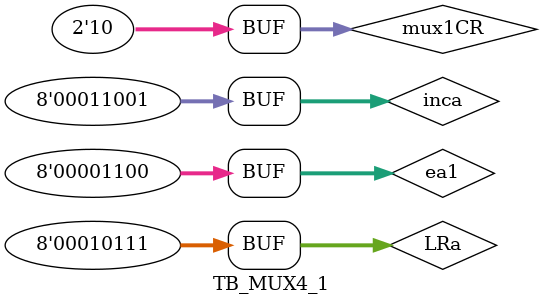
<source format=v>
`timescale 1ns / 1ps


module TB_MUX4_1;

	// Inputs
	reg [7:0] LRa;
	reg [7:0] inca;
	reg [7:0] ea1;
	reg [1:0] mux1CR;

	// Outputs
	wire [7:0] mux1op;

	// Instantiate the Unit Under Test (UUT)
	MUX4_1 uut (
		.LRa(LRa), 
		.inca(inca), 
		.ea1(ea1), 
		.mux1CR(mux1CR), 
		.mux1op(mux1op)
	);

	initial begin
		// Initialize Inputs
		LRa = 0;
		inca = 0;
		ea1 = 0;
		mux1CR = 0;

		// Wait 100 ns for global reset to finish
		#100;
        LRa = 81;
		inca = 83;
		ea1 = 45;
		mux1CR = 0;
		#100;
		
		LRa = 1;
		inca = 3;
		ea1 = 5;
		mux1CR = 1;
		#100;
		
	   LRa = 23;
		inca = 25;
		ea1 = 12;
		mux1CR = 2;
		#100;
		// Add stimulus here

	end
      
endmodule


</source>
